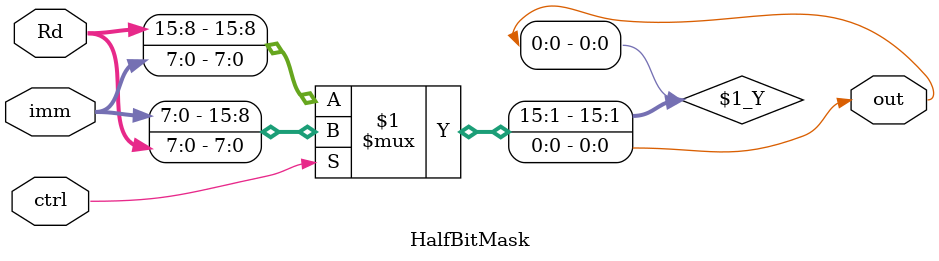
<source format=v>
module HalfBitMask (input [15:0] Rd, input [7:0] imm, input ctrl, output out);
	// ctrl = 1, LHB
	// ctrl = 0, LLB
	assign out = ctrl ? {imm, Rd[7:0]} : {Rd[15:8], imm};
endmodule
</source>
